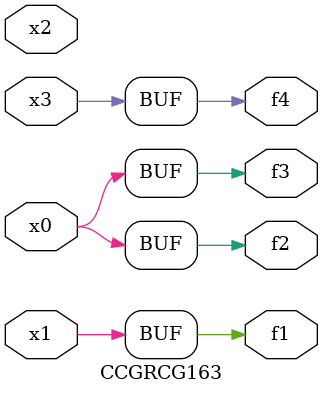
<source format=v>
module CCGRCG163(
	input x0, x1, x2, x3,
	output f1, f2, f3, f4
);
	assign f1 = x1;
	assign f2 = x0;
	assign f3 = x0;
	assign f4 = x3;
endmodule

</source>
